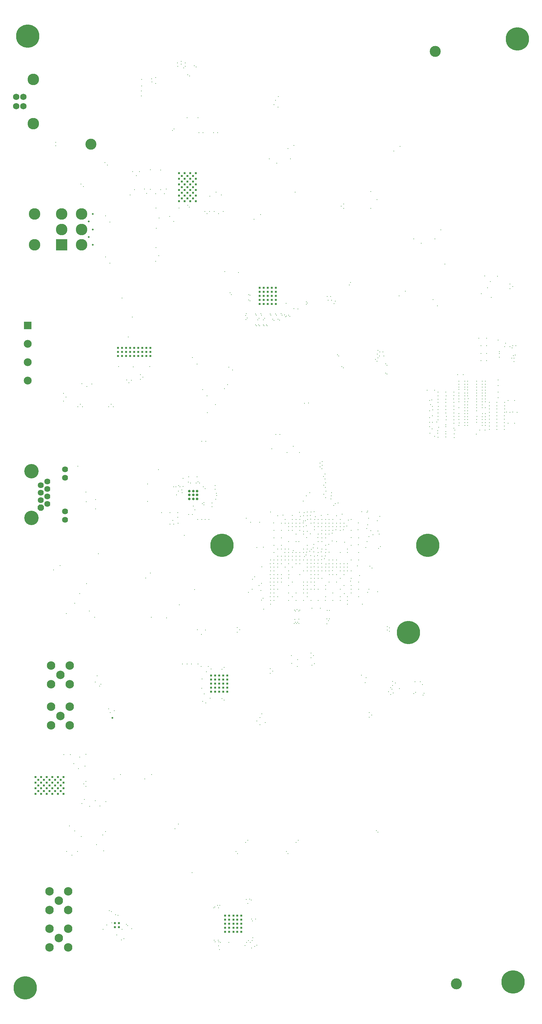
<source format=gbs>
%FSTAX23Y23*%
%MOIN*%
%SFA1B1*%

%IPPOS*%
%AMD166*
4,1,8,0.032000,-0.016000,0.032000,0.016000,0.016000,0.032000,-0.016000,0.032000,-0.032000,0.016000,-0.032000,-0.016000,-0.016000,-0.032000,0.016000,-0.032000,0.032000,-0.016000,0.0*
%
%ADD150C,0.118110*%
%ADD158C,0.249606*%
%ADD159C,0.027622*%
%ADD160C,0.090614*%
%ADD161C,0.084449*%
%ADD162R,0.084449X0.084449*%
%ADD163C,0.123622*%
%ADD164C,0.068504*%
%ADD165C,0.154000*%
G04~CAMADD=166~4~0.0~0.0~640.0~640.0~0.0~160.0~0~0.0~0.0~0.0~0.0~0~0.0~0.0~0.0~0.0~0~0.0~0.0~0.0~270.0~640.0~640.0*
%ADD166D166*%
%ADD167C,0.064000*%
%ADD168R,0.123622X0.123622*%
%ADD169C,0.123512*%
%ADD170C,0.011000*%
%ADD171C,0.019000*%
%ADD172C,0.024000*%
%ADD173C,0.023685*%
%LNprob_s7cas_pcb-1*%
%LPD*%
G54D150*
X04857Y00269D03*
X00942Y09256D03*
X0463Y1025D03*
G54D158*
X04551Y04964D03*
X04343Y04029D03*
X02347Y04963D03*
X00238Y00225D03*
X05462Y00289D03*
X0551Y10381D03*
X00267Y10413D03*
G54D159*
X02081Y0546D03*
X02039D03*
X01996D03*
X02081Y05502D03*
X02039D03*
X01996D03*
X02081Y05544D03*
X02039D03*
X01996D03*
G54D160*
X00601Y0116D03*
X00701Y0106D03*
X00501D03*
Y0126D03*
X00701D03*
X00601Y0076D03*
X00701Y0066D03*
X00501D03*
Y0086D03*
X00701D03*
X00715Y03236D03*
X00515D03*
Y03036D03*
X00715D03*
X00615Y03136D03*
X00715Y03676D03*
X00515D03*
Y03476D03*
X00715D03*
X00615Y03576D03*
G54D161*
X00267Y06726D03*
Y06923D03*
Y0712D03*
G54D162*
X00267Y07317D03*
G54D163*
X00327Y0995D03*
Y09476D03*
X00628Y08343D03*
Y08508D03*
X00844Y08178D03*
Y08343D03*
Y08508D03*
G54D164*
X00221Y09664D03*
Y09762D03*
X00142Y09664D03*
Y09762D03*
G54D165*
X00307Y05256D03*
Y05756D03*
G54D166*
X00407Y05366D03*
G54D167*
X00407Y05446D03*
Y05526D03*
Y05606D03*
X00477Y05406D03*
Y05486D03*
Y05566D03*
Y05646D03*
X00667Y05236D03*
Y05686D03*
Y05776D03*
Y05326D03*
G54D168*
X00628Y08178D03*
G54D169*
X0034Y08508D03*
Y08178D03*
G54D170*
X02943Y04767D03*
X02901Y04769D03*
X05074Y06467D03*
X04983Y06532D03*
X04827Y06529D03*
X04884Y0653D03*
X04581Y06469D03*
X04594Y06518D03*
X03345Y05269D03*
X03411Y05284D03*
X03333Y05204D03*
X03299Y05199D03*
X03338Y05238D03*
X037Y05231D03*
X04655Y06161D03*
X04624Y0613D03*
X03843Y05324D03*
X03443Y04819D03*
X03413Y0477D03*
X04834Y06117D03*
X03412Y05086D03*
X03373Y05046D03*
X03634Y05297D03*
X03413Y05163D03*
X04602Y06412D03*
X03481Y05292D03*
X04663Y06449D03*
X04601Y0645D03*
X03542Y0539D03*
X03561Y0541D03*
X03368Y04933D03*
X03525Y05091D03*
X03565Y0513D03*
X03328Y04894D03*
X03295Y04851D03*
X04743Y06252D03*
X04657Y06188D03*
X04661Y0612D03*
X04744Y06232D03*
X03374Y0477D03*
X03413Y04809D03*
X03452Y04848D03*
X03807Y05203D03*
X03728Y05124D03*
X03492Y04888D03*
X03659Y04997D03*
X03802Y05129D03*
X03915Y05253D03*
X03458Y04764D03*
X03728Y05045D03*
X039Y05317D03*
X03416Y04846D03*
X03455Y04885D03*
X03573Y05003D03*
X03337Y04768D03*
X03905Y05329D03*
X03376Y04806D03*
X04743Y06155D03*
X04744Y06121D03*
X04743Y06179D03*
X04572Y06161D03*
X03304Y04918D03*
X03285Y04898D03*
X03324Y04937D03*
X03245Y04859D03*
X03229Y04842D03*
X03527Y0501D03*
X03684Y05168D03*
X03488Y04972D03*
X03645Y05129D03*
X03369Y04853D03*
X03408Y04892D03*
X04666Y06226D03*
X0457Y06233D03*
X04838Y06196D03*
X0346Y0492D03*
X04596Y06208D03*
X04647Y06284D03*
X03254Y0489D03*
X03179Y04846D03*
X03258Y04924D03*
X046Y06278D03*
X03219Y04885D03*
X0483Y0627D03*
X0457Y06278D03*
X03515Y05493D03*
X03248Y05171D03*
X04571Y06402D03*
X03337Y0513D03*
X03293Y05087D03*
X03513Y05458D03*
X03218Y05162D03*
X03296Y05241D03*
X03335Y05163D03*
X03111Y04905D03*
X03102Y04885D03*
X03061Y04885D03*
X03589Y05417D03*
X03254Y05047D03*
X03171Y05003D03*
X03258Y05113D03*
X03219Y05082D03*
X03459Y05544D03*
X04543Y06624D03*
X03457Y05631D03*
X03435Y05607D03*
X03176Y05316D03*
X03452Y05584D03*
X03432Y05698D03*
X03285Y05527D03*
X03251Y05493D03*
X02789Y04942D03*
X03001Y05287D03*
X03099Y05283D03*
X02904Y05043D03*
X02983Y05121D03*
X03448Y05727D03*
X0345Y05673D03*
X03217Y05436D03*
X03417Y05781D03*
X03419Y05819D03*
X03395Y05801D03*
X03396Y05842D03*
X03419Y0586D03*
X02865Y05318D03*
X02901Y05203D03*
X02943Y05279D03*
X02983Y052D03*
X04017Y05115D03*
X03887Y0494D03*
X04031Y05084D03*
X0381Y04806D03*
X03796Y04741D03*
X04022Y04929D03*
X04042Y04949D03*
X03818Y0464D03*
X03723Y04578D03*
X03928Y04739D03*
X03952Y04719D03*
X03653Y04649D03*
X03613Y04609D03*
X03809Y0457D03*
X03941Y0512D03*
X04945Y06687D03*
X04976D03*
X03435Y0551D03*
X03227Y05312D03*
X03187Y05272D03*
X04945Y06655D03*
X04884Y06631D03*
X04945D03*
X05073Y06593D03*
X04977Y06625D03*
X04624Y06624D03*
X04976Y06561D03*
X03294Y05282D03*
X03334Y05321D03*
X03239Y05227D03*
X03216Y05203D03*
X04569Y06514D03*
X04744Y06527D03*
X04884Y06561D03*
X05073Y06498D03*
X02865Y04491D03*
Y04452D03*
X03219D03*
X03731Y0461D03*
X02865Y04688D03*
X02943Y04806D03*
X02983Y04846D03*
X03021Y04886D03*
X03809Y04885D03*
X02864Y04767D03*
X039Y05002D03*
X02904Y04885D03*
X0466Y06491D03*
X05165Y06435D03*
X05134Y06466D03*
X05073Y06435D03*
X05134Y06435D03*
X02983Y04767D03*
X03691Y04924D03*
X05134Y06309D03*
X0314Y05004D03*
X03022Y04806D03*
X0466Y06379D03*
X04744Y06452D03*
X05075Y06343D03*
X02983Y04806D03*
X04749Y06343D03*
X04745Y06305D03*
X0483Y06415D03*
Y06451D03*
X04976Y06403D03*
X04945Y06435D03*
X04976Y06466D03*
Y06435D03*
X04945Y06466D03*
Y06498D03*
Y06403D03*
X03328Y04974D03*
X05136Y06371D03*
X04884Y06435D03*
X0483Y0638D03*
X03573Y05279D03*
X03259Y04964D03*
X03219Y04924D03*
X03494Y052D03*
X03657Y04447D03*
X03494Y0457D03*
X0521Y06275D03*
X03731Y04806D03*
X03652Y04728D03*
X03455Y04531D03*
X05165Y06246D03*
Y06687D03*
X0507Y06152D03*
X04976Y0634D03*
Y06372D03*
Y06309D03*
X05073Y06404D03*
Y06309D03*
Y06561D03*
Y06624D03*
Y0653D03*
X05134Y0634D03*
X0521Y06203D03*
Y06493D03*
X05165Y06498D03*
X05134Y06529D03*
X05315Y07036D03*
X05303Y0716D03*
X02865Y04806D03*
Y0473D03*
X02863Y04649D03*
X04884Y06719D03*
X04976Y06718D03*
X02864Y0457D03*
X02865Y0461D03*
X03176Y05955D03*
X02943Y04491D03*
X04011Y05227D03*
X03805Y04968D03*
X0353Y04693D03*
X02983Y0461D03*
X02943D03*
X03918Y05055D03*
X04976Y06498D03*
X0318Y04648D03*
X02944Y04649D03*
X02903Y04688D03*
X04833Y06155D03*
X04977Y06276D03*
X04945Y06309D03*
X04884Y06309D03*
X04945Y06277D03*
X04884Y06246D03*
X03061Y04806D03*
X03101D03*
X03061Y04846D03*
X0314Y04885D03*
X03336Y04807D03*
X03298Y04806D03*
X03219Y04805D03*
X03376Y04885D03*
X03178Y04807D03*
X0314Y04806D03*
X03298Y04768D03*
X04885Y06273D03*
X0483Y06217D03*
X04884Y06372D03*
Y06341D03*
X04976Y06246D03*
X02748Y05209D03*
X03043Y05955D03*
X02943Y04846D03*
X0466Y06306D03*
X03249Y07541D03*
X0326Y07557D03*
X03248Y07569D03*
X03061Y07427D03*
X03073Y07412D03*
X02863Y07439D03*
X0287Y07426D03*
X02831Y07312D03*
X02822Y07321D03*
X0275Y07312D03*
X02741Y07321D03*
X02962Y07371D03*
X02947Y07383D03*
X02903Y07369D03*
X02889Y07383D03*
X02802Y07393D03*
X02791Y07376D03*
X02743Y07393D03*
X02731Y07376D03*
X02604Y07378D03*
X02616Y07396D03*
X02598Y07423D03*
X02605Y07443D03*
X02788Y07323D03*
X02797Y07311D03*
X02706Y07321D03*
X02715Y07312D03*
X03016Y07429D03*
X03036Y07417D03*
X03027Y07408D03*
X02988Y07427D03*
X02981Y07443D03*
X02929Y07426D03*
X02921Y07438D03*
X02771Y07426D03*
X02764Y07441D03*
X02713Y07426D03*
X02705Y07439D03*
X02447Y07647D03*
X02433Y07666D03*
X02633Y07647D03*
X02647Y07639D03*
X02647Y0758D03*
X02633Y07588D03*
X02522Y07881D03*
X02376Y07891D03*
X03473Y07627D03*
X03484Y07586D03*
X03511Y07627D03*
X03518Y07587D03*
X0371Y07749D03*
X03724Y07776D03*
X03595Y06989D03*
X03584Y07003D03*
X0363Y06875D03*
X03646Y06861D03*
X04068Y07032D03*
X04081Y0699D03*
X04112Y06796D03*
X041Y06807D03*
X04114Y0689D03*
X04101Y06905D03*
X04017Y07049D03*
X04035Y07032D03*
X0401Y0701D03*
X04034Y06989D03*
X04017Y06968D03*
X0399Y06953D03*
X04005Y06934D03*
X01817Y09403D03*
X01834Y09419D03*
X021Y09379D03*
X02143Y09379D03*
X02904Y09678D03*
X02945Y09651D03*
X02301Y09379D03*
X02257Y09379D03*
X02921Y09725D03*
X02949Y09766D03*
X01952Y10127D03*
X01871D03*
X01909Y10142D03*
X0205Y10097D03*
X0207Y10084D03*
X01487Y0995D03*
X01484Y09773D03*
X01482Y09825D03*
X01487Y09878D03*
X01595Y09921D03*
X01637Y09907D03*
X01594Y09956D03*
X01637Y09969D03*
X01872Y10089D03*
X01909Y10113D03*
X01936Y10073D03*
X01954Y10088D03*
X01981Y09999D03*
X02001Y09986D03*
X00566Y09239D03*
Y09276D03*
X01343Y07191D03*
X01275Y0761D03*
X01385Y07407D03*
X03469Y04122D03*
X03485Y04156D03*
X03496Y04175D03*
X03469Y04176D03*
X03497Y04266D03*
X03473Y04266D03*
X0317Y04171D03*
X03127Y0417D03*
X03169Y04126D03*
X03157Y0414D03*
X03145Y04125D03*
X03132Y0414D03*
X03119Y04125D03*
X03178Y04269D03*
X03169Y0426D03*
X03123Y0427D03*
X03134Y04258D03*
X03148Y04275D03*
X03398Y04288D03*
X03311D03*
X05487Y07D03*
X05465Y06994D03*
X02331Y00714D03*
X02314Y00718D03*
X0232Y00637D03*
X02309Y00675D03*
X02306Y00737D03*
X02272Y0072D03*
X02263Y00737D03*
X02323Y0111D03*
X02309Y01083D03*
X02299Y0111D03*
X0227Y01094D03*
X0226Y01082D03*
X04016Y01891D03*
X03999Y01909D03*
X03054Y01662D03*
X03036Y01685D03*
X03164Y01805D03*
X03141Y01783D03*
X02601D03*
X02624Y01805D03*
X02496Y01685D03*
X02514Y01662D03*
X02156Y03371D03*
X0213Y03432D03*
X02133Y03531D03*
X01923Y03692D03*
X01972Y03693D03*
X02021Y03692D03*
X02091Y03693D03*
X02123Y03667D03*
X0218Y03608D03*
X02172Y06077D03*
X02129Y06077D03*
X02139Y0663D03*
X02185Y06562D03*
X02078Y06904D03*
X02031Y06972D03*
X00953Y06689D03*
X00901Y06664D03*
X00845Y06692D03*
X00648Y06589D03*
X00676Y06549D03*
X0065Y06505D03*
X01787Y08482D03*
X01831Y08428D03*
X01641Y08573D03*
X01673Y08466D03*
X01642Y08356D03*
X01639Y08149D03*
X01671Y08062D03*
X01636Y08003D03*
X0175Y08777D03*
X01517Y08777D03*
X01729Y08727D03*
X01691Y08769D03*
X01636Y08726D03*
X01579Y08771D03*
X0154Y08729D03*
X0141Y08768D03*
X01362Y08711D03*
X01474Y06789D03*
X01501Y06763D03*
X01472Y06739D03*
X01375Y0673D03*
X01349Y06702D03*
X01325Y06731D03*
X01395Y06871D03*
X01573Y06875D03*
X0124D03*
X00852Y06445D03*
X00828Y06474D03*
X00802Y06446D03*
X01183Y06445D03*
X01159Y06474D03*
X01133Y06446D03*
X01102Y02218D03*
X01038Y02171D03*
X00988Y02228D03*
X00931Y0217D03*
X00874Y02243D03*
X00847Y02198D03*
X02371Y03655D03*
X02347Y03637D03*
X02199Y03666D03*
X02229Y03638D03*
X0251Y04084D03*
X02537Y04058D03*
X02508Y04034D03*
X03091Y03781D03*
X03155Y03738D03*
X03093Y03698D03*
X03153Y03666D03*
X03336Y03697D03*
X03309Y03679D03*
X02862Y03592D03*
X02891Y03616D03*
X02863Y03642D03*
X033Y03809D03*
X03327Y03783D03*
X03298Y03759D03*
X03923Y03171D03*
X0395Y03145D03*
X03922Y03122D03*
X04178Y03381D03*
X04129Y03395D03*
X04152Y03366D03*
X04152Y03439D03*
X04167Y03422D03*
X03888Y03547D03*
X03879Y03492D03*
X03838Y03571D03*
X04172Y03505D03*
X04202Y0349D03*
X04173Y03461D03*
X04245Y03428D03*
X04012Y04465D03*
X03921Y04492D03*
X03907Y0446D03*
X02721Y03081D03*
X02752Y03119D03*
X02773Y0316D03*
X02754Y03043D03*
X02808Y03067D03*
X02369Y03305D03*
X02346Y03323D03*
X02218Y03326D03*
X02172Y03276D03*
X0214Y03291D03*
X02624Y0113D03*
X02606Y01172D03*
X02658Y01166D03*
X02643Y01177D03*
X02672Y00941D03*
X02705Y00961D03*
X02664Y00961D03*
X02419Y00712D03*
X02695Y00669D03*
X02721Y00682D03*
X02663Y00651D03*
X02611Y00711D03*
X02593Y00679D03*
X02648Y00714D03*
X02668Y00731D03*
X02628Y00731D03*
X02677Y00764D03*
X03962Y05075D03*
X03896Y05142D03*
X03907Y05182D03*
X03494Y04728D03*
X03455Y04688D03*
X04037Y05272D03*
X01974Y0954D03*
X02089Y09539D03*
X02458Y0684D03*
X02418Y0687D03*
X02405Y06681D03*
X02373Y0664D03*
X02277Y06469D03*
X0219Y06382D03*
X02607Y05252D03*
X02652Y0521D03*
X02773Y04733D03*
X01232Y01001D03*
X01205Y01009D03*
X01163Y01041D03*
X01138Y01054D03*
X01379Y00859D03*
X01337Y00891D03*
X01322Y00906D03*
X01276Y00852D03*
X01165Y00924D03*
X00989Y035D03*
X01051Y03477D03*
X01035Y03455D03*
X01297Y00754D03*
X01271Y00739D03*
X01221Y00793D03*
X01074Y00853D03*
X01114Y009D03*
X01079Y01691D03*
X01003Y0176D03*
X01193Y03192D03*
X0115Y03173D03*
X01132Y03213D03*
X03849Y04334D03*
X03534Y04373D03*
X03061D03*
X02672Y046D03*
X02695Y04625D03*
X02742Y04531D03*
X02771Y04557D03*
X02668Y04493D03*
X0263Y04458D03*
X02764Y0448D03*
X02785Y04395D03*
X0277Y04375D03*
X04509Y03378D03*
X04498Y0336D03*
X04419Y0339D03*
X044Y03377D03*
X04494Y03471D03*
X04471Y03502D03*
X04412Y03503D03*
X02794Y04278D03*
X03518Y05527D03*
X02719Y04939D03*
X02152Y0542D03*
X02137Y05408D03*
X02152Y05396D03*
X04117Y04056D03*
X04138Y04041D03*
Y04079D03*
X04117Y04094D03*
X01098Y0805D03*
X01145Y07982D03*
X01099Y08489D03*
X01145Y08421D03*
X01463Y08964D03*
X01689Y08978D03*
X01579Y08981D03*
X0143Y08918D03*
X01391Y08964D03*
X01094Y09058D03*
X01121Y09034D03*
X00836Y08828D03*
X00863Y08803D03*
X01886Y08574D03*
X02162Y08536D03*
X02338Y08711D03*
X02282Y08741D03*
X02217Y08699D03*
X01995Y08583D03*
X0198Y08601D03*
X0236Y08536D03*
X02264D03*
X02311Y08512D03*
X02212Y08536D03*
X02187Y08512D03*
X0269Y08454D03*
X02758Y08501D03*
X03129Y08744D03*
X03052Y0921D03*
X03117Y09244D03*
X03649Y08568D03*
X03622Y08594D03*
X03651Y08617D03*
X0543Y07709D03*
X05459Y07733D03*
X05431Y07759D03*
X05191Y07719D03*
X05218Y07786D03*
X05297Y07842D03*
X0516Y07846D03*
X05122Y07657D03*
X05228Y07615D03*
X0308Y09098D03*
X02853D03*
X02933Y09053D03*
X0448Y08196D03*
X044Y08241D03*
X04627D03*
X0469Y0834D03*
X04732Y07972D03*
X04243Y07634D03*
X04311Y07681D03*
X03559Y07575D03*
X03545Y07548D03*
X0394Y0857D03*
X04005Y08663D03*
X0394Y08749D03*
X04185Y09184D03*
X04253Y09231D03*
X03032Y07552D03*
X03159Y07494D03*
X03116Y07496D03*
X04654Y07525D03*
X04607Y07593D03*
X01844Y0193D03*
X01881Y01979D03*
X01594Y02508D03*
X01521Y02463D03*
X01071Y01863D03*
X011Y019D03*
X02052Y0449D03*
X01889Y04325D03*
X00824Y02697D03*
X00888Y02726D03*
X00722Y02722D03*
X00654D03*
X02026Y0146D03*
X0119Y02463D03*
X01258Y0251D03*
X00889Y02437D03*
X0089Y02383D03*
X00866Y0241D03*
X00801Y01687D03*
X0074Y01645D03*
X00684Y01687D03*
X0088Y026D03*
X00809Y02573D03*
X00759Y02627D03*
X00838Y01846D03*
X0077Y01907D03*
X00712Y01958D03*
X02904Y04373D03*
X02865D03*
X02864Y04413D03*
X02903Y04533D03*
X02904Y04452D03*
X02865Y04533D03*
X02903Y0461D03*
X03258Y04806D03*
Y04768D03*
X03337Y04846D03*
X03416Y04924D03*
X03219Y05113D03*
X03022Y04728D03*
X03332Y04733D03*
X03061Y04688D03*
X03376D03*
X03416Y04728D03*
X03219Y04688D03*
X03258Y04688D03*
X03101Y04728D03*
X0314Y04767D03*
X03298Y04728D03*
X03258D03*
X03376D03*
X03061Y04613D03*
X03456Y04964D03*
X0521Y06239D03*
Y06312D03*
Y06348D03*
Y06385D03*
Y06421D03*
Y06457D03*
X0483Y06306D03*
Y06342D03*
Y06491D03*
Y06565D03*
Y06602D03*
X05452Y07077D03*
X0546Y071D03*
X0543Y0709D03*
X0518Y0718D03*
X05315Y07017D03*
X05315Y06976D03*
X0518Y0694D03*
Y07017D03*
Y071D03*
X0543Y06386D03*
X05393Y0639D03*
X05095Y0718D03*
X05119Y0694D03*
Y071D03*
X05119Y07017D03*
X05383Y07125D03*
X05374Y0709D03*
X05493Y071D03*
X05474Y0693D03*
X05474Y06966D03*
X05448Y06965D03*
X04871Y0679D03*
X05105Y06195D03*
X05164D03*
X05303Y06672D03*
Y06604D03*
X05507Y06386D03*
X0546Y0639D03*
X046Y06348D03*
X0457Y0633D03*
X0493Y0679D03*
X05303Y06732D03*
Y06543D03*
X0548Y0627D03*
X05409D03*
X05408Y06512D03*
X0548D03*
X0466Y06342D03*
Y06417D03*
Y06527D03*
Y06564D03*
Y06602D03*
X04744Y06602D03*
X04745Y06564D03*
X04744Y06491D03*
X04744Y06416D03*
X04743Y0638D03*
X0529Y06203D03*
X0529Y06239D03*
X0529Y06275D03*
X0529Y06311D03*
X05291Y06348D03*
X05291Y06385D03*
X05291Y06421D03*
X05291Y06457D03*
X05291Y06493D03*
X05371Y06203D03*
Y06239D03*
Y06275D03*
Y06311D03*
Y06348D03*
X05373Y06386D03*
Y06421D03*
Y06457D03*
Y06493D03*
X03263Y05239D03*
X02056Y05342D03*
X01988Y05695D03*
X02081Y05695D03*
X03218Y05224D03*
X03258Y05279D03*
X0322Y05279D03*
X02207Y0524D03*
X02239Y05376D03*
X0228Y05455D03*
X02289Y05496D03*
X00984Y04192D03*
X00926Y04258D03*
X00612Y04746D03*
X00544Y047D03*
X01022Y04871D03*
X0077Y04342D03*
X00678Y04234D03*
X00823Y04447D03*
X00895Y04552D03*
X01529Y04612D03*
X01579Y04666D03*
X02169Y04055D03*
X02127Y04009D03*
X02083Y0406D03*
X01588Y04191D03*
X01754Y04187D03*
X01931Y05678D03*
X03229Y06484D03*
X03272Y06485D03*
X02967Y0615D03*
X02924Y06149D03*
X03111Y06023D03*
X02878Y05997D03*
X03456Y05472D03*
X03258Y05318D03*
X02287Y0552D03*
X03299Y0532D03*
X02107Y05628D03*
X02166Y05568D03*
X02274Y05564D03*
X02274Y05601D03*
X02239Y05417D03*
X02128Y05239D03*
X02167D03*
X02087D03*
X01921Y05525D03*
X01879Y05544D03*
X0183Y0519D03*
X02029Y05293D03*
X01877Y052D03*
X01872Y05263D03*
Y05314D03*
X01988Y05293D03*
X01819Y05228D03*
X01944Y0507D03*
X01789Y0519D03*
X01931Y05594D03*
X01985Y05638D03*
X02038Y05384D03*
X02146Y0559D03*
X02088Y05642D03*
X02068Y05628D03*
X03809Y04413D03*
X03809Y05043D03*
X02904Y0473D03*
Y04413D03*
Y0457D03*
X03298Y04373D03*
X0314D03*
X03691Y04334D03*
X03613Y04373D03*
X03454D03*
X01916Y05555D03*
X01896Y05589D03*
X01884Y05601D03*
X0183Y0559D03*
X01853D03*
X01861Y05501D03*
X01789Y05314D03*
X01667Y05774D03*
X0155Y0562D03*
X017Y05314D03*
X0155Y05433D03*
X00993Y05351D03*
X00893Y05428D03*
X00993Y05451D03*
X00891Y05531D03*
X00802Y0581D03*
X02009Y05628D03*
X02904Y05121D03*
Y04806D03*
Y04491D03*
Y04649D03*
Y04964D03*
X03809Y04491D03*
X03691Y04373D03*
X03376D03*
X03219D03*
X02865Y04334D03*
X03731Y04452D03*
Y04491D03*
Y04531D03*
X03573Y0457D03*
X03613Y04413D03*
Y04491D03*
X03652Y04531D03*
X03691Y04413D03*
X03416Y0461D03*
X03455Y04413D03*
Y04491D03*
X03534Y04452D03*
X03258Y0457D03*
Y04531D03*
Y04491D03*
Y04452D03*
Y04413D03*
X03298Y04491D03*
Y0457D03*
Y0461D03*
X03337Y04491D03*
Y04531D03*
Y0457D03*
Y0461D03*
X03376Y04491D03*
Y0461D03*
X03101Y0457D03*
Y04413D03*
X0314Y04452D03*
X03219Y04491D03*
Y04531D03*
Y0457D03*
X03061Y04531D03*
Y04452D03*
X02983Y0457D03*
X02943Y04413D03*
Y0457D03*
X03731Y04688D03*
X03691D03*
Y04728D03*
Y04767D03*
Y04885D03*
X03652Y04688D03*
Y04767D03*
X03613Y04688D03*
Y04728D03*
Y04767D03*
Y04885D03*
X03574Y04649D03*
X03573Y04728D03*
Y04767D03*
Y04806D03*
X03534Y04649D03*
X03534Y04728D03*
Y04767D03*
Y04806D03*
X03495Y04649D03*
X03494Y04688D03*
Y04767D03*
Y04806D03*
X03455Y04728D03*
X03416Y04688D03*
X03377Y04649D03*
X03338D03*
X03337Y04688D03*
X03731Y04964D03*
X03731Y05239D03*
X03652Y05161D03*
Y052D03*
X03613Y05121D03*
Y05161D03*
Y052D03*
Y05239D03*
X03573Y05161D03*
Y052D03*
X03534Y05121D03*
Y05161D03*
Y052D03*
Y05239D03*
X03494Y05082D03*
Y05121D03*
Y05161D03*
Y05239D03*
X03455Y05043D03*
Y05082D03*
Y05121D03*
Y05161D03*
Y052D03*
Y05239D03*
X03416Y05003D03*
Y05043D03*
Y05121D03*
Y052D03*
Y05239D03*
X03376Y05003D03*
Y05082D03*
Y05161D03*
Y052D03*
Y05239D03*
X03298Y04649D03*
X03298Y04688D03*
X03179Y04767D03*
Y04885D03*
Y05121D03*
Y05161D03*
Y052D03*
Y05239D03*
X0314Y04846D03*
Y05082D03*
Y05161D03*
Y052D03*
Y05239D03*
X03101Y04846D03*
Y05239D03*
Y052D03*
Y05161D03*
Y05121D03*
X03061Y04924D03*
Y04767D03*
X03062Y04649D03*
X03061Y052D03*
Y05161D03*
Y05121D03*
Y05003D03*
X03022Y04924D03*
Y04846D03*
Y05239D03*
Y052D03*
X02983Y04924D03*
X02983Y04649D03*
X02983Y05043D03*
X02983Y04964D03*
X02943Y04924D03*
Y04728D03*
X05073Y06278D03*
Y06719D03*
X05165Y06655D03*
Y06624D03*
X05134Y06687D03*
Y06655D03*
Y06624D03*
X05073Y06656D03*
Y06687D03*
X04976Y06655D03*
X05165Y06561D03*
Y06592D03*
X05134D03*
Y06561D03*
X04945Y06372D03*
Y06561D03*
Y06529D03*
X05165Y06718D03*
X05134D03*
X05165Y0634D03*
Y06309D03*
X05134Y06277D03*
Y06246D03*
X05165Y06277D03*
Y06372D03*
X05134Y06498D03*
X05165Y06529D03*
X04945Y06246D03*
Y0634D03*
X04884Y06593D03*
Y06687D03*
Y06656D03*
Y06498D03*
X04976Y06592D03*
X04945D03*
Y06718D03*
X01008Y03566D03*
G54D171*
X00962Y08178D03*
X00918Y08264D03*
X00962Y08343D03*
X00918Y0843D03*
X00962Y08508D03*
X01172Y03116D03*
G54D172*
X01887Y08946D03*
X01947D03*
X02007D03*
X02067D03*
X02037Y08916D03*
X01917D03*
X02067Y08886D03*
X02007D03*
X01947D03*
X01887D03*
X02037Y08856D03*
X01917D03*
X02067Y08826D03*
X02007D03*
X01947D03*
X01887D03*
X02037Y08796D03*
X01917D03*
X02067Y08766D03*
X02007D03*
X01947D03*
X01887D03*
X02037Y08736D03*
X01977D03*
X01917D03*
X02067Y08706D03*
X02007D03*
X01947D03*
X02037Y08676D03*
X01977D03*
X02067Y08646D03*
X02007D03*
X01947D03*
X01887D03*
Y08706D03*
X01917Y08676D03*
X01977Y08916D03*
Y08856D03*
Y08796D03*
X00351Y02303D03*
Y02363D03*
Y02423D03*
Y02483D03*
X00381Y02453D03*
Y02333D03*
X00411Y02483D03*
Y02423D03*
Y02363D03*
Y02303D03*
X00441Y02453D03*
Y02333D03*
X00471Y02483D03*
Y02423D03*
Y02363D03*
Y02303D03*
X00501Y02453D03*
Y02333D03*
X00531Y02483D03*
Y02423D03*
Y02363D03*
Y02303D03*
X00561Y02453D03*
Y02393D03*
Y02333D03*
X00591Y02483D03*
Y02423D03*
Y02363D03*
X00621Y02453D03*
Y02393D03*
X00651Y02483D03*
Y02423D03*
Y02363D03*
Y02303D03*
X00591D03*
X00621Y02333D03*
X00381Y02393D03*
X00441D03*
X00501D03*
G54D173*
X0275Y0772D03*
X02794D03*
X02837D03*
X0288D03*
X02924D03*
X0275Y07676D03*
X02794D03*
X02837D03*
X0288D03*
X02924D03*
X0275Y07633D03*
X02794D03*
X02837D03*
X0288D03*
X02924D03*
X0275Y0759D03*
X02794D03*
X02837D03*
X0288D03*
X02924D03*
X0275Y07546D03*
X02794D03*
X02837D03*
X0288D03*
X02924D03*
X01234Y0699D03*
Y07033D03*
Y07076D03*
X01277Y0699D03*
Y07033D03*
Y07076D03*
X01321Y0699D03*
Y07033D03*
Y07076D03*
X01364Y0699D03*
Y07033D03*
Y07076D03*
X01407Y0699D03*
Y07033D03*
Y07076D03*
X01451Y0699D03*
Y07033D03*
Y07076D03*
X01494Y0699D03*
Y07033D03*
Y07076D03*
X01537Y0699D03*
Y07033D03*
Y07076D03*
X01581Y0699D03*
Y07033D03*
Y07076D03*
X02554Y00998D03*
Y00955D03*
Y00912D03*
Y00868D03*
Y00825D03*
X02511Y00998D03*
Y00955D03*
Y00912D03*
Y00868D03*
Y00825D03*
X02468Y00998D03*
Y00955D03*
Y00912D03*
Y00868D03*
Y00825D03*
X02424Y00998D03*
Y00955D03*
Y00912D03*
Y00868D03*
Y00825D03*
X02381Y00998D03*
Y00955D03*
Y00912D03*
Y00868D03*
Y00825D03*
X01243Y00876D03*
X012D03*
X01243Y0092D03*
X012D03*
X0223Y03395D03*
Y03438D03*
Y03482D03*
Y03525D03*
Y03568D03*
X02274Y03395D03*
Y03438D03*
Y03482D03*
Y03525D03*
Y03568D03*
X02317Y03395D03*
Y03438D03*
Y03482D03*
Y03525D03*
Y03568D03*
X0236Y03395D03*
Y03438D03*
Y03482D03*
Y03525D03*
Y03568D03*
X02404Y03395D03*
Y03438D03*
Y03482D03*
Y03525D03*
Y03568D03*
M02*
</source>
